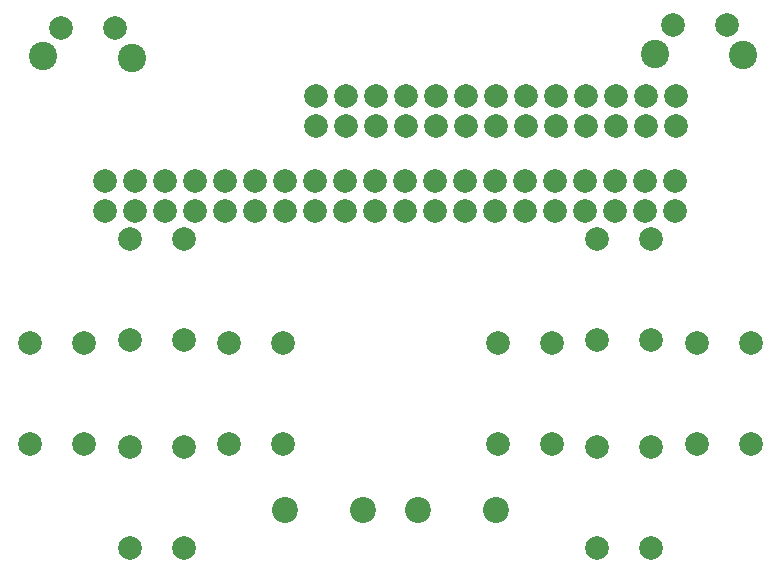
<source format=gbr>
G04 #@! TF.FileFunction,Soldermask,Bot*
%FSLAX46Y46*%
G04 Gerber Fmt 4.6, Leading zero omitted, Abs format (unit mm)*
G04 Created by KiCad (PCBNEW 4.0.5+dfsg1-4) date Wed Feb 14 20:28:42 2018*
%MOMM*%
%LPD*%
G01*
G04 APERTURE LIST*
%ADD10C,0.100000*%
%ADD11C,2.000000*%
%ADD12C,2.400000*%
%ADD13C,2.200000*%
G04 APERTURE END LIST*
D10*
D11*
X120514000Y-90765000D03*
X125086000Y-90765000D03*
D12*
X126483000Y-93305000D03*
X118990000Y-93178000D03*
D13*
X146102000Y-131600000D03*
X139498000Y-131600000D03*
X157302000Y-131600000D03*
X150698000Y-131600000D03*
D11*
X172314000Y-90565000D03*
X176886000Y-90565000D03*
D12*
X178283000Y-93105000D03*
X170790000Y-92978000D03*
D11*
X130886000Y-117191000D03*
X126314000Y-117191000D03*
X130886000Y-108682000D03*
X126314000Y-108682000D03*
X162086000Y-125991000D03*
X157514000Y-125991000D03*
X162086000Y-117482000D03*
X157514000Y-117482000D03*
X170486000Y-134791000D03*
X165914000Y-134791000D03*
X170486000Y-126282000D03*
X165914000Y-126282000D03*
X142090000Y-96530000D03*
X144630000Y-96530000D03*
X147170000Y-96530000D03*
X149710000Y-96530000D03*
X152250000Y-96530000D03*
X154790000Y-96530000D03*
X157330000Y-96530000D03*
X159870000Y-96530000D03*
X162410000Y-96530000D03*
X164950000Y-96530000D03*
X167490000Y-96530000D03*
X170030000Y-96530000D03*
X172570000Y-96530000D03*
X142090000Y-99070000D03*
X172570000Y-99070000D03*
X170030000Y-99070000D03*
X167490000Y-99070000D03*
X164950000Y-99070000D03*
X162410000Y-99070000D03*
X159870000Y-99070000D03*
X157330000Y-99070000D03*
X154790000Y-99070000D03*
X152250000Y-99070000D03*
X149710000Y-99070000D03*
X147170000Y-99070000D03*
X144630000Y-99070000D03*
X178886000Y-125991000D03*
X174314000Y-125991000D03*
X178886000Y-117482000D03*
X174314000Y-117482000D03*
X139286000Y-125991000D03*
X134714000Y-125991000D03*
X139286000Y-117482000D03*
X134714000Y-117482000D03*
X170486000Y-117191000D03*
X165914000Y-117191000D03*
X170486000Y-108682000D03*
X165914000Y-108682000D03*
X122486000Y-125991000D03*
X117914000Y-125991000D03*
X122486000Y-117482000D03*
X117914000Y-117482000D03*
X130886000Y-134791000D03*
X126314000Y-134791000D03*
X130886000Y-126282000D03*
X126314000Y-126282000D03*
X147130000Y-106270000D03*
X147130000Y-103730000D03*
X144590000Y-106270000D03*
X142050000Y-106270000D03*
X139510000Y-106270000D03*
X136970000Y-106270000D03*
X134430000Y-106270000D03*
X131890000Y-106270000D03*
X129350000Y-106270000D03*
X126810000Y-106270000D03*
X124270000Y-106270000D03*
X144590000Y-103730000D03*
X142050000Y-103730000D03*
X139510000Y-103730000D03*
X136970000Y-103730000D03*
X134430000Y-103730000D03*
X131890000Y-103730000D03*
X129350000Y-103730000D03*
X126810000Y-103730000D03*
X124270000Y-103730000D03*
X149670000Y-106270000D03*
X149670000Y-103730000D03*
X152210000Y-106270000D03*
X152210000Y-103730000D03*
X154750000Y-106270000D03*
X154750000Y-103730000D03*
X157290000Y-106270000D03*
X157290000Y-103730000D03*
X159830000Y-106270000D03*
X159830000Y-103730000D03*
X162370000Y-106270000D03*
X162370000Y-103730000D03*
X164910000Y-106270000D03*
X164910000Y-103730000D03*
X167450000Y-106270000D03*
X167450000Y-103730000D03*
X169990000Y-106270000D03*
X169990000Y-103730000D03*
X172530000Y-106270000D03*
X172530000Y-103730000D03*
M02*

</source>
